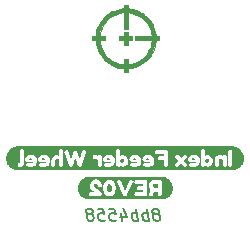
<source format=gbo>
G04 #@! TF.GenerationSoftware,KiCad,Pcbnew,6.0.0-d3dd2cf0fa~116~ubuntu21.10.1*
G04 #@! TF.CreationDate,2022-02-12T15:32:37+00:00*
G04 #@! TF.ProjectId,indexingWheel,696e6465-7869-46e6-9757-6865656c2e6b,rev?*
G04 #@! TF.SameCoordinates,Original*
G04 #@! TF.FileFunction,Legend,Bot*
G04 #@! TF.FilePolarity,Positive*
%FSLAX46Y46*%
G04 Gerber Fmt 4.6, Leading zero omitted, Abs format (unit mm)*
G04 Created by KiCad (PCBNEW 6.0.0-d3dd2cf0fa~116~ubuntu21.10.1) date 2022-02-12 15:32:37*
%MOMM*%
%LPD*%
G01*
G04 APERTURE LIST*
%ADD10C,0.150000*%
%ADD11C,0.010000*%
G04 APERTURE END LIST*
D10*
X155820863Y-107283033D02*
X155910149Y-107235414D01*
X155951816Y-107187795D01*
X155987530Y-107092557D01*
X155981578Y-107044938D01*
X155922054Y-106949700D01*
X155868483Y-106902081D01*
X155767292Y-106854461D01*
X155576816Y-106854461D01*
X155487530Y-106902081D01*
X155445863Y-106949700D01*
X155410149Y-107044938D01*
X155416102Y-107092557D01*
X155475625Y-107187795D01*
X155529197Y-107235414D01*
X155630387Y-107283033D01*
X155820863Y-107283033D01*
X155922054Y-107330652D01*
X155975625Y-107378271D01*
X156035149Y-107473509D01*
X156058959Y-107663985D01*
X156023244Y-107759223D01*
X155981578Y-107806842D01*
X155892292Y-107854461D01*
X155701816Y-107854461D01*
X155600625Y-107806842D01*
X155547054Y-107759223D01*
X155487530Y-107663985D01*
X155463721Y-107473509D01*
X155499435Y-107378271D01*
X155541102Y-107330652D01*
X155630387Y-107283033D01*
X155082768Y-107854461D02*
X154957768Y-106854461D01*
X155005387Y-107235414D02*
X154904197Y-107187795D01*
X154713721Y-107187795D01*
X154624435Y-107235414D01*
X154582768Y-107283033D01*
X154547054Y-107378271D01*
X154582768Y-107663985D01*
X154642292Y-107759223D01*
X154695863Y-107806842D01*
X154797054Y-107854461D01*
X154987530Y-107854461D01*
X155076816Y-107806842D01*
X154178006Y-107854461D02*
X154053006Y-106854461D01*
X154100625Y-107235414D02*
X153999435Y-107187795D01*
X153808959Y-107187795D01*
X153719673Y-107235414D01*
X153678006Y-107283033D01*
X153642292Y-107378271D01*
X153678006Y-107663985D01*
X153737530Y-107759223D01*
X153791102Y-107806842D01*
X153892292Y-107854461D01*
X154082768Y-107854461D01*
X154172054Y-107806842D01*
X152761340Y-107187795D02*
X152844673Y-107854461D01*
X152951816Y-106806842D02*
X153279197Y-107521128D01*
X152660149Y-107521128D01*
X151719673Y-106854461D02*
X152195863Y-106854461D01*
X152303006Y-107330652D01*
X152249435Y-107283033D01*
X152148244Y-107235414D01*
X151910149Y-107235414D01*
X151820863Y-107283033D01*
X151779197Y-107330652D01*
X151743483Y-107425890D01*
X151773244Y-107663985D01*
X151832768Y-107759223D01*
X151886340Y-107806842D01*
X151987530Y-107854461D01*
X152225625Y-107854461D01*
X152314911Y-107806842D01*
X152356578Y-107759223D01*
X150767292Y-106854461D02*
X151243483Y-106854461D01*
X151350625Y-107330652D01*
X151297054Y-107283033D01*
X151195863Y-107235414D01*
X150957768Y-107235414D01*
X150868483Y-107283033D01*
X150826816Y-107330652D01*
X150791102Y-107425890D01*
X150820863Y-107663985D01*
X150880387Y-107759223D01*
X150933959Y-107806842D01*
X151035149Y-107854461D01*
X151273244Y-107854461D01*
X151362530Y-107806842D01*
X151404197Y-107759223D01*
X150201816Y-107283033D02*
X150291102Y-107235414D01*
X150332768Y-107187795D01*
X150368483Y-107092557D01*
X150362530Y-107044938D01*
X150303006Y-106949700D01*
X150249435Y-106902081D01*
X150148244Y-106854461D01*
X149957768Y-106854461D01*
X149868483Y-106902081D01*
X149826816Y-106949700D01*
X149791102Y-107044938D01*
X149797054Y-107092557D01*
X149856578Y-107187795D01*
X149910149Y-107235414D01*
X150011340Y-107283033D01*
X150201816Y-107283033D01*
X150303006Y-107330652D01*
X150356578Y-107378271D01*
X150416102Y-107473509D01*
X150439911Y-107663985D01*
X150404197Y-107759223D01*
X150362530Y-107806842D01*
X150273244Y-107854461D01*
X150082768Y-107854461D01*
X149981578Y-107806842D01*
X149928006Y-107759223D01*
X149868483Y-107663985D01*
X149844673Y-107473509D01*
X149880387Y-107378271D01*
X149922054Y-107330652D01*
X150011340Y-107283033D01*
D11*
X152983525Y-89868183D02*
X152888989Y-89877869D01*
X152888989Y-89877869D02*
X152629898Y-89918542D01*
X152629898Y-89918542D02*
X152374588Y-89987109D01*
X152374588Y-89987109D02*
X152122879Y-90083621D01*
X152122879Y-90083621D02*
X152002803Y-90140131D01*
X152002803Y-90140131D02*
X151860184Y-90215732D01*
X151860184Y-90215732D02*
X151733324Y-90293343D01*
X151733324Y-90293343D02*
X151615045Y-90378210D01*
X151615045Y-90378210D02*
X151498167Y-90475573D01*
X151498167Y-90475573D02*
X151375513Y-90590678D01*
X151375513Y-90590678D02*
X151346304Y-90619638D01*
X151346304Y-90619638D02*
X151226472Y-90744589D01*
X151226472Y-90744589D02*
X151125564Y-90862143D01*
X151125564Y-90862143D02*
X151038336Y-90979479D01*
X151038336Y-90979479D02*
X150959546Y-91103775D01*
X150959546Y-91103775D02*
X150883949Y-91242211D01*
X150883949Y-91242211D02*
X150866797Y-91276136D01*
X150866797Y-91276136D02*
X150756797Y-91526173D01*
X150756797Y-91526173D02*
X150674769Y-91779725D01*
X150674769Y-91779725D02*
X150620659Y-92036972D01*
X150620659Y-92036972D02*
X150604535Y-92162322D01*
X150604535Y-92162322D02*
X150594850Y-92256859D01*
X150594850Y-92256859D02*
X150302414Y-92256859D01*
X150302414Y-92256859D02*
X150302414Y-92581414D01*
X150302414Y-92581414D02*
X150595459Y-92581414D01*
X150595459Y-92581414D02*
X150605323Y-92676664D01*
X150605323Y-92676664D02*
X150645199Y-92933090D01*
X150645199Y-92933090D02*
X150711381Y-93183114D01*
X150711381Y-93183114D02*
X150804622Y-93429289D01*
X150804622Y-93429289D02*
X150866797Y-93562136D01*
X150866797Y-93562136D02*
X150942398Y-93704755D01*
X150942398Y-93704755D02*
X151020010Y-93831615D01*
X151020010Y-93831615D02*
X151104876Y-93949894D01*
X151104876Y-93949894D02*
X151202239Y-94066772D01*
X151202239Y-94066772D02*
X151317344Y-94189426D01*
X151317344Y-94189426D02*
X151346304Y-94218635D01*
X151346304Y-94218635D02*
X151471255Y-94338467D01*
X151471255Y-94338467D02*
X151588809Y-94439375D01*
X151588809Y-94439375D02*
X151706145Y-94526603D01*
X151706145Y-94526603D02*
X151830442Y-94605393D01*
X151830442Y-94605393D02*
X151968878Y-94680990D01*
X151968878Y-94680990D02*
X152002803Y-94698142D01*
X152002803Y-94698142D02*
X152252839Y-94808142D01*
X152252839Y-94808142D02*
X152506392Y-94890170D01*
X152506392Y-94890170D02*
X152763638Y-94944280D01*
X152763638Y-94944280D02*
X152888989Y-94960404D01*
X152888989Y-94960404D02*
X152983525Y-94970089D01*
X152983525Y-94970089D02*
X152983525Y-95262525D01*
X152983525Y-95262525D02*
X153308080Y-95262525D01*
X153308080Y-95262525D02*
X153308080Y-94970089D01*
X153308080Y-94970089D02*
X153402617Y-94960404D01*
X153402617Y-94960404D02*
X153661707Y-94919730D01*
X153661707Y-94919730D02*
X153917018Y-94851164D01*
X153917018Y-94851164D02*
X154168726Y-94754651D01*
X154168726Y-94754651D02*
X154288803Y-94698142D01*
X154288803Y-94698142D02*
X154431421Y-94622541D01*
X154431421Y-94622541D02*
X154558281Y-94544929D01*
X154558281Y-94544929D02*
X154676560Y-94460063D01*
X154676560Y-94460063D02*
X154793438Y-94362700D01*
X154793438Y-94362700D02*
X154916093Y-94247595D01*
X154916093Y-94247595D02*
X154945301Y-94218635D01*
X154945301Y-94218635D02*
X155065133Y-94093684D01*
X155065133Y-94093684D02*
X155166041Y-93976130D01*
X155166041Y-93976130D02*
X155253269Y-93858794D01*
X155253269Y-93858794D02*
X155332060Y-93734497D01*
X155332060Y-93734497D02*
X155407656Y-93596061D01*
X155407656Y-93596061D02*
X155424808Y-93562136D01*
X155424808Y-93562136D02*
X155534808Y-93312100D01*
X155534808Y-93312100D02*
X155616837Y-93058547D01*
X155616837Y-93058547D02*
X155670946Y-92801301D01*
X155670946Y-92801301D02*
X155687070Y-92675950D01*
X155687070Y-92675950D02*
X155696756Y-92581414D01*
X155696756Y-92581414D02*
X155989191Y-92581414D01*
X155989191Y-92581414D02*
X155989191Y-92256859D01*
X155989191Y-92256859D02*
X155696756Y-92256859D01*
X155696756Y-92256859D02*
X155358089Y-92256859D01*
X155358089Y-92256859D02*
X153943080Y-92256859D01*
X153943080Y-92256859D02*
X153943080Y-92581414D01*
X153943080Y-92581414D02*
X155358089Y-92581414D01*
X155358089Y-92581414D02*
X155348382Y-92676664D01*
X155348382Y-92676664D02*
X155312497Y-92896394D01*
X155312497Y-92896394D02*
X155250452Y-93116648D01*
X155250452Y-93116648D02*
X155163969Y-93333556D01*
X155163969Y-93333556D02*
X155054765Y-93543246D01*
X155054765Y-93543246D02*
X154924562Y-93741847D01*
X154924562Y-93741847D02*
X154812659Y-93882939D01*
X154812659Y-93882939D02*
X154659454Y-94040902D01*
X154659454Y-94040902D02*
X154484808Y-94185458D01*
X154484808Y-94185458D02*
X154293401Y-94313885D01*
X154293401Y-94313885D02*
X154089913Y-94423464D01*
X154089913Y-94423464D02*
X153879023Y-94511471D01*
X153879023Y-94511471D02*
X153665412Y-94575187D01*
X153665412Y-94575187D02*
X153596326Y-94590183D01*
X153596326Y-94590183D02*
X153523095Y-94604410D01*
X153523095Y-94604410D02*
X153470738Y-94614006D01*
X153470738Y-94614006D02*
X153432478Y-94619991D01*
X153432478Y-94619991D02*
X153401540Y-94623384D01*
X153401540Y-94623384D02*
X153371145Y-94625206D01*
X153371145Y-94625206D02*
X153360997Y-94625604D01*
X153360997Y-94625604D02*
X153308080Y-94627525D01*
X153308080Y-94627525D02*
X153308080Y-94133636D01*
X153308080Y-94133636D02*
X152983525Y-94133636D01*
X152983525Y-94133636D02*
X152983525Y-94631423D01*
X152983525Y-94631423D02*
X152888275Y-94621716D01*
X152888275Y-94621716D02*
X152669560Y-94585964D01*
X152669560Y-94585964D02*
X152450768Y-94524416D01*
X152450768Y-94524416D02*
X152235949Y-94439195D01*
X152235949Y-94439195D02*
X152029152Y-94332424D01*
X152029152Y-94332424D02*
X151834427Y-94206227D01*
X151834427Y-94206227D02*
X151655825Y-94062726D01*
X151655825Y-94062726D02*
X151497395Y-93904045D01*
X151497395Y-93904045D02*
X151478946Y-93882939D01*
X151478946Y-93882939D02*
X151333936Y-93695351D01*
X151333936Y-93695351D02*
X151208621Y-93493732D01*
X151208621Y-93493732D02*
X151104719Y-93281954D01*
X151104719Y-93281954D02*
X151023951Y-93063889D01*
X151023951Y-93063889D02*
X150968034Y-92843407D01*
X150968034Y-92843407D02*
X150943223Y-92676664D01*
X150943223Y-92676664D02*
X150933516Y-92581414D01*
X150933516Y-92581414D02*
X151431303Y-92581414D01*
X151431303Y-92581414D02*
X151431303Y-92256859D01*
X151431303Y-92256859D02*
X150933516Y-92256859D01*
X150933516Y-92256859D02*
X150943223Y-92161609D01*
X150943223Y-92161609D02*
X150979109Y-91941879D01*
X150979109Y-91941879D02*
X151041153Y-91721625D01*
X151041153Y-91721625D02*
X151127636Y-91504717D01*
X151127636Y-91504717D02*
X151236840Y-91295027D01*
X151236840Y-91295027D02*
X151367044Y-91096426D01*
X151367044Y-91096426D02*
X151478946Y-90955334D01*
X151478946Y-90955334D02*
X151634527Y-90794878D01*
X151634527Y-90794878D02*
X151810795Y-90649334D01*
X151810795Y-90649334D02*
X152003699Y-90520824D01*
X152003699Y-90520824D02*
X152209189Y-90411472D01*
X152209189Y-90411472D02*
X152423215Y-90323400D01*
X152423215Y-90323400D02*
X152641727Y-90258732D01*
X152641727Y-90258732D02*
X152860676Y-90219590D01*
X152860676Y-90219590D02*
X152888275Y-90216557D01*
X152888275Y-90216557D02*
X152983525Y-90206850D01*
X152983525Y-90206850D02*
X152983525Y-91621859D01*
X152983525Y-91621859D02*
X153308080Y-91621859D01*
X153308080Y-91621859D02*
X153308080Y-90206850D01*
X153308080Y-90206850D02*
X153403330Y-90216557D01*
X153403330Y-90216557D02*
X153622045Y-90252309D01*
X153622045Y-90252309D02*
X153840837Y-90313857D01*
X153840837Y-90313857D02*
X154055656Y-90399078D01*
X154055656Y-90399078D02*
X154262453Y-90505848D01*
X154262453Y-90505848D02*
X154457178Y-90632046D01*
X154457178Y-90632046D02*
X154635780Y-90775547D01*
X154635780Y-90775547D02*
X154794210Y-90934228D01*
X154794210Y-90934228D02*
X154812659Y-90955334D01*
X154812659Y-90955334D02*
X154957669Y-91142922D01*
X154957669Y-91142922D02*
X155082984Y-91344541D01*
X155082984Y-91344541D02*
X155186886Y-91556319D01*
X155186886Y-91556319D02*
X155267654Y-91774384D01*
X155267654Y-91774384D02*
X155323571Y-91994865D01*
X155323571Y-91994865D02*
X155348382Y-92161609D01*
X155348382Y-92161609D02*
X155358089Y-92256859D01*
X155358089Y-92256859D02*
X155696756Y-92256859D01*
X155696756Y-92256859D02*
X155687070Y-92162322D01*
X155687070Y-92162322D02*
X155646397Y-91903232D01*
X155646397Y-91903232D02*
X155577830Y-91647921D01*
X155577830Y-91647921D02*
X155481318Y-91396213D01*
X155481318Y-91396213D02*
X155424808Y-91276136D01*
X155424808Y-91276136D02*
X155349207Y-91133518D01*
X155349207Y-91133518D02*
X155271596Y-91006658D01*
X155271596Y-91006658D02*
X155186729Y-90888379D01*
X155186729Y-90888379D02*
X155089366Y-90771501D01*
X155089366Y-90771501D02*
X154974261Y-90648846D01*
X154974261Y-90648846D02*
X154945301Y-90619638D01*
X154945301Y-90619638D02*
X154820350Y-90499806D01*
X154820350Y-90499806D02*
X154702796Y-90398898D01*
X154702796Y-90398898D02*
X154585460Y-90311670D01*
X154585460Y-90311670D02*
X154461164Y-90232879D01*
X154461164Y-90232879D02*
X154322728Y-90157283D01*
X154322728Y-90157283D02*
X154288803Y-90140131D01*
X154288803Y-90140131D02*
X154038766Y-90030131D01*
X154038766Y-90030131D02*
X153785214Y-89948102D01*
X153785214Y-89948102D02*
X153527967Y-89893993D01*
X153527967Y-89893993D02*
X153402617Y-89877869D01*
X153402617Y-89877869D02*
X153308080Y-89868183D01*
X153308080Y-89868183D02*
X153308080Y-89575748D01*
X153308080Y-89575748D02*
X152983525Y-89575748D01*
X152983525Y-89575748D02*
X152983525Y-89868183D01*
X152983525Y-89868183D02*
X152983525Y-89868183D01*
G36*
X155989191Y-92581414D02*
G01*
X155696756Y-92581414D01*
X155687070Y-92675950D01*
X155670946Y-92801301D01*
X155616837Y-93058547D01*
X155534808Y-93312100D01*
X155424808Y-93562136D01*
X155407656Y-93596061D01*
X155332060Y-93734497D01*
X155253269Y-93858794D01*
X155166041Y-93976130D01*
X155065133Y-94093684D01*
X154945301Y-94218635D01*
X154916093Y-94247595D01*
X154793438Y-94362700D01*
X154676560Y-94460063D01*
X154558281Y-94544929D01*
X154431421Y-94622541D01*
X154288803Y-94698142D01*
X154168726Y-94754651D01*
X153917018Y-94851164D01*
X153661707Y-94919730D01*
X153402617Y-94960404D01*
X153308080Y-94970089D01*
X153308080Y-95262525D01*
X152983525Y-95262525D01*
X152983525Y-94970089D01*
X152888989Y-94960404D01*
X152763638Y-94944280D01*
X152506392Y-94890170D01*
X152252839Y-94808142D01*
X152002803Y-94698142D01*
X151968878Y-94680990D01*
X151830442Y-94605393D01*
X151706145Y-94526603D01*
X151588809Y-94439375D01*
X151471255Y-94338467D01*
X151346304Y-94218635D01*
X151317344Y-94189426D01*
X151202239Y-94066772D01*
X151104876Y-93949894D01*
X151020010Y-93831615D01*
X150942398Y-93704755D01*
X150866797Y-93562136D01*
X150804622Y-93429289D01*
X150711381Y-93183114D01*
X150645199Y-92933090D01*
X150605323Y-92676664D01*
X150595459Y-92581414D01*
X150933516Y-92581414D01*
X150943223Y-92676664D01*
X150968034Y-92843407D01*
X151023951Y-93063889D01*
X151104719Y-93281954D01*
X151208621Y-93493732D01*
X151333936Y-93695351D01*
X151478946Y-93882939D01*
X151497395Y-93904045D01*
X151655825Y-94062726D01*
X151834427Y-94206227D01*
X152029152Y-94332424D01*
X152235949Y-94439195D01*
X152450768Y-94524416D01*
X152669560Y-94585964D01*
X152888275Y-94621716D01*
X152983525Y-94631423D01*
X152983525Y-94133636D01*
X153308080Y-94133636D01*
X153308080Y-94627525D01*
X153360997Y-94625604D01*
X153371145Y-94625206D01*
X153401540Y-94623384D01*
X153432478Y-94619991D01*
X153470738Y-94614006D01*
X153523095Y-94604410D01*
X153596326Y-94590183D01*
X153665412Y-94575187D01*
X153879023Y-94511471D01*
X154089913Y-94423464D01*
X154293401Y-94313885D01*
X154484808Y-94185458D01*
X154659454Y-94040902D01*
X154812659Y-93882939D01*
X154924562Y-93741847D01*
X155054765Y-93543246D01*
X155163969Y-93333556D01*
X155250452Y-93116648D01*
X155312497Y-92896394D01*
X155348382Y-92676664D01*
X155358089Y-92581414D01*
X153943080Y-92581414D01*
X153943080Y-92256859D01*
X155358089Y-92256859D01*
X155348382Y-92161609D01*
X155323571Y-91994865D01*
X155267654Y-91774384D01*
X155186886Y-91556319D01*
X155082984Y-91344541D01*
X154957669Y-91142922D01*
X154812659Y-90955334D01*
X154794210Y-90934228D01*
X154635780Y-90775547D01*
X154457178Y-90632046D01*
X154262453Y-90505848D01*
X154055656Y-90399078D01*
X153840837Y-90313857D01*
X153622045Y-90252309D01*
X153403330Y-90216557D01*
X153308080Y-90206850D01*
X153308080Y-91621859D01*
X152983525Y-91621859D01*
X152983525Y-90206850D01*
X152888275Y-90216557D01*
X152860676Y-90219590D01*
X152641727Y-90258732D01*
X152423215Y-90323400D01*
X152209189Y-90411472D01*
X152003699Y-90520824D01*
X151810795Y-90649334D01*
X151634527Y-90794878D01*
X151478946Y-90955334D01*
X151367044Y-91096426D01*
X151236840Y-91295027D01*
X151127636Y-91504717D01*
X151041153Y-91721625D01*
X150979109Y-91941879D01*
X150943223Y-92161609D01*
X150933516Y-92256859D01*
X151431303Y-92256859D01*
X151431303Y-92581414D01*
X150933516Y-92581414D01*
X150595459Y-92581414D01*
X150302414Y-92581414D01*
X150302414Y-92256859D01*
X150594850Y-92256859D01*
X150604535Y-92162322D01*
X150620659Y-92036972D01*
X150674769Y-91779725D01*
X150756797Y-91526173D01*
X150866797Y-91276136D01*
X150883949Y-91242211D01*
X150959546Y-91103775D01*
X151038336Y-90979479D01*
X151125564Y-90862143D01*
X151226472Y-90744589D01*
X151346304Y-90619638D01*
X151375513Y-90590678D01*
X151498167Y-90475573D01*
X151615045Y-90378210D01*
X151733324Y-90293343D01*
X151860184Y-90215732D01*
X152002803Y-90140131D01*
X152122879Y-90083621D01*
X152374588Y-89987109D01*
X152629898Y-89918542D01*
X152888989Y-89877869D01*
X152983525Y-89868183D01*
X152983525Y-89575748D01*
X153308080Y-89575748D01*
X153308080Y-89868183D01*
X153402617Y-89877869D01*
X153527967Y-89893993D01*
X153785214Y-89948102D01*
X154038766Y-90030131D01*
X154288803Y-90140131D01*
X154322728Y-90157283D01*
X154461164Y-90232879D01*
X154585460Y-90311670D01*
X154702796Y-90398898D01*
X154820350Y-90499806D01*
X154945301Y-90619638D01*
X154974261Y-90648846D01*
X155089366Y-90771501D01*
X155186729Y-90888379D01*
X155271596Y-91006658D01*
X155349207Y-91133518D01*
X155424808Y-91276136D01*
X155481318Y-91396213D01*
X155577830Y-91647921D01*
X155646397Y-91903232D01*
X155687070Y-92162322D01*
X155696756Y-92256859D01*
X155989191Y-92256859D01*
X155989191Y-92581414D01*
G37*
X155989191Y-92581414D02*
X155696756Y-92581414D01*
X155687070Y-92675950D01*
X155670946Y-92801301D01*
X155616837Y-93058547D01*
X155534808Y-93312100D01*
X155424808Y-93562136D01*
X155407656Y-93596061D01*
X155332060Y-93734497D01*
X155253269Y-93858794D01*
X155166041Y-93976130D01*
X155065133Y-94093684D01*
X154945301Y-94218635D01*
X154916093Y-94247595D01*
X154793438Y-94362700D01*
X154676560Y-94460063D01*
X154558281Y-94544929D01*
X154431421Y-94622541D01*
X154288803Y-94698142D01*
X154168726Y-94754651D01*
X153917018Y-94851164D01*
X153661707Y-94919730D01*
X153402617Y-94960404D01*
X153308080Y-94970089D01*
X153308080Y-95262525D01*
X152983525Y-95262525D01*
X152983525Y-94970089D01*
X152888989Y-94960404D01*
X152763638Y-94944280D01*
X152506392Y-94890170D01*
X152252839Y-94808142D01*
X152002803Y-94698142D01*
X151968878Y-94680990D01*
X151830442Y-94605393D01*
X151706145Y-94526603D01*
X151588809Y-94439375D01*
X151471255Y-94338467D01*
X151346304Y-94218635D01*
X151317344Y-94189426D01*
X151202239Y-94066772D01*
X151104876Y-93949894D01*
X151020010Y-93831615D01*
X150942398Y-93704755D01*
X150866797Y-93562136D01*
X150804622Y-93429289D01*
X150711381Y-93183114D01*
X150645199Y-92933090D01*
X150605323Y-92676664D01*
X150595459Y-92581414D01*
X150933516Y-92581414D01*
X150943223Y-92676664D01*
X150968034Y-92843407D01*
X151023951Y-93063889D01*
X151104719Y-93281954D01*
X151208621Y-93493732D01*
X151333936Y-93695351D01*
X151478946Y-93882939D01*
X151497395Y-93904045D01*
X151655825Y-94062726D01*
X151834427Y-94206227D01*
X152029152Y-94332424D01*
X152235949Y-94439195D01*
X152450768Y-94524416D01*
X152669560Y-94585964D01*
X152888275Y-94621716D01*
X152983525Y-94631423D01*
X152983525Y-94133636D01*
X153308080Y-94133636D01*
X153308080Y-94627525D01*
X153360997Y-94625604D01*
X153371145Y-94625206D01*
X153401540Y-94623384D01*
X153432478Y-94619991D01*
X153470738Y-94614006D01*
X153523095Y-94604410D01*
X153596326Y-94590183D01*
X153665412Y-94575187D01*
X153879023Y-94511471D01*
X154089913Y-94423464D01*
X154293401Y-94313885D01*
X154484808Y-94185458D01*
X154659454Y-94040902D01*
X154812659Y-93882939D01*
X154924562Y-93741847D01*
X155054765Y-93543246D01*
X155163969Y-93333556D01*
X155250452Y-93116648D01*
X155312497Y-92896394D01*
X155348382Y-92676664D01*
X155358089Y-92581414D01*
X153943080Y-92581414D01*
X153943080Y-92256859D01*
X155358089Y-92256859D01*
X155348382Y-92161609D01*
X155323571Y-91994865D01*
X155267654Y-91774384D01*
X155186886Y-91556319D01*
X155082984Y-91344541D01*
X154957669Y-91142922D01*
X154812659Y-90955334D01*
X154794210Y-90934228D01*
X154635780Y-90775547D01*
X154457178Y-90632046D01*
X154262453Y-90505848D01*
X154055656Y-90399078D01*
X153840837Y-90313857D01*
X153622045Y-90252309D01*
X153403330Y-90216557D01*
X153308080Y-90206850D01*
X153308080Y-91621859D01*
X152983525Y-91621859D01*
X152983525Y-90206850D01*
X152888275Y-90216557D01*
X152860676Y-90219590D01*
X152641727Y-90258732D01*
X152423215Y-90323400D01*
X152209189Y-90411472D01*
X152003699Y-90520824D01*
X151810795Y-90649334D01*
X151634527Y-90794878D01*
X151478946Y-90955334D01*
X151367044Y-91096426D01*
X151236840Y-91295027D01*
X151127636Y-91504717D01*
X151041153Y-91721625D01*
X150979109Y-91941879D01*
X150943223Y-92161609D01*
X150933516Y-92256859D01*
X151431303Y-92256859D01*
X151431303Y-92581414D01*
X150933516Y-92581414D01*
X150595459Y-92581414D01*
X150302414Y-92581414D01*
X150302414Y-92256859D01*
X150594850Y-92256859D01*
X150604535Y-92162322D01*
X150620659Y-92036972D01*
X150674769Y-91779725D01*
X150756797Y-91526173D01*
X150866797Y-91276136D01*
X150883949Y-91242211D01*
X150959546Y-91103775D01*
X151038336Y-90979479D01*
X151125564Y-90862143D01*
X151226472Y-90744589D01*
X151346304Y-90619638D01*
X151375513Y-90590678D01*
X151498167Y-90475573D01*
X151615045Y-90378210D01*
X151733324Y-90293343D01*
X151860184Y-90215732D01*
X152002803Y-90140131D01*
X152122879Y-90083621D01*
X152374588Y-89987109D01*
X152629898Y-89918542D01*
X152888989Y-89877869D01*
X152983525Y-89868183D01*
X152983525Y-89575748D01*
X153308080Y-89575748D01*
X153308080Y-89868183D01*
X153402617Y-89877869D01*
X153527967Y-89893993D01*
X153785214Y-89948102D01*
X154038766Y-90030131D01*
X154288803Y-90140131D01*
X154322728Y-90157283D01*
X154461164Y-90232879D01*
X154585460Y-90311670D01*
X154702796Y-90398898D01*
X154820350Y-90499806D01*
X154945301Y-90619638D01*
X154974261Y-90648846D01*
X155089366Y-90771501D01*
X155186729Y-90888379D01*
X155271596Y-91006658D01*
X155349207Y-91133518D01*
X155424808Y-91276136D01*
X155481318Y-91396213D01*
X155577830Y-91647921D01*
X155646397Y-91903232D01*
X155687070Y-92162322D01*
X155696756Y-92256859D01*
X155989191Y-92256859D01*
X155989191Y-92581414D01*
X152980419Y-92069886D02*
X152976469Y-92249803D01*
X152976469Y-92249803D02*
X152796553Y-92253752D01*
X152796553Y-92253752D02*
X152616636Y-92257702D01*
X152616636Y-92257702D02*
X152616636Y-92580571D01*
X152616636Y-92580571D02*
X152796553Y-92584520D01*
X152796553Y-92584520D02*
X152976469Y-92588470D01*
X152976469Y-92588470D02*
X152980419Y-92768386D01*
X152980419Y-92768386D02*
X152984368Y-92948303D01*
X152984368Y-92948303D02*
X153307237Y-92948303D01*
X153307237Y-92948303D02*
X153311187Y-92768386D01*
X153311187Y-92768386D02*
X153315136Y-92588470D01*
X153315136Y-92588470D02*
X153495053Y-92584520D01*
X153495053Y-92584520D02*
X153674969Y-92580571D01*
X153674969Y-92580571D02*
X153674969Y-92257702D01*
X153674969Y-92257702D02*
X153495053Y-92253752D01*
X153495053Y-92253752D02*
X153315136Y-92249803D01*
X153315136Y-92249803D02*
X153311187Y-92069886D01*
X153311187Y-92069886D02*
X153307237Y-91889970D01*
X153307237Y-91889970D02*
X152984368Y-91889970D01*
X152984368Y-91889970D02*
X152980419Y-92069886D01*
X152980419Y-92069886D02*
X152980419Y-92069886D01*
G36*
X153311187Y-92069886D02*
G01*
X153315136Y-92249803D01*
X153495053Y-92253752D01*
X153674969Y-92257702D01*
X153674969Y-92580571D01*
X153495053Y-92584520D01*
X153315136Y-92588470D01*
X153311187Y-92768386D01*
X153307237Y-92948303D01*
X152984368Y-92948303D01*
X152980419Y-92768386D01*
X152976469Y-92588470D01*
X152796553Y-92584520D01*
X152616636Y-92580571D01*
X152616636Y-92257702D01*
X152796553Y-92253752D01*
X152976469Y-92249803D01*
X152980419Y-92069886D01*
X152984368Y-91889970D01*
X153307237Y-91889970D01*
X153311187Y-92069886D01*
G37*
X153311187Y-92069886D02*
X153315136Y-92249803D01*
X153495053Y-92253752D01*
X153674969Y-92257702D01*
X153674969Y-92580571D01*
X153495053Y-92584520D01*
X153315136Y-92588470D01*
X153311187Y-92768386D01*
X153307237Y-92948303D01*
X152984368Y-92948303D01*
X152980419Y-92768386D01*
X152976469Y-92588470D01*
X152796553Y-92584520D01*
X152616636Y-92580571D01*
X152616636Y-92257702D01*
X152796553Y-92253752D01*
X152976469Y-92249803D01*
X152980419Y-92069886D01*
X152984368Y-91889970D01*
X153307237Y-91889970D01*
X153311187Y-92069886D01*
G36*
X151820318Y-102604469D02*
G01*
X151881278Y-102712101D01*
X151641248Y-102712101D01*
X151568858Y-102651141D01*
X151602195Y-102580656D01*
X151697445Y-102553986D01*
X151820318Y-102604469D01*
G37*
G36*
X162276776Y-101568147D02*
G01*
X162372751Y-101582383D01*
X162466870Y-101605959D01*
X162558224Y-101638646D01*
X162645934Y-101680130D01*
X162729156Y-101730011D01*
X162807088Y-101787809D01*
X162878980Y-101852968D01*
X162944138Y-101924860D01*
X163001936Y-102002791D01*
X163051818Y-102086013D01*
X163093302Y-102173724D01*
X163125989Y-102265078D01*
X163149564Y-102359196D01*
X163163801Y-102455172D01*
X163168562Y-102552081D01*
X163163801Y-102648990D01*
X163149564Y-102744966D01*
X163125989Y-102839084D01*
X163093302Y-102930438D01*
X163051818Y-103018149D01*
X163001936Y-103101371D01*
X162944138Y-103179302D01*
X162878980Y-103251194D01*
X162807088Y-103316353D01*
X162729156Y-103374151D01*
X162645934Y-103424032D01*
X162558224Y-103465516D01*
X162466870Y-103498203D01*
X162372751Y-103521779D01*
X162276776Y-103536015D01*
X162179867Y-103540776D01*
X144005849Y-103540776D01*
X143908940Y-103536015D01*
X143812964Y-103521778D01*
X143718846Y-103498203D01*
X143627492Y-103465516D01*
X143539782Y-103424032D01*
X143456560Y-103374151D01*
X143378628Y-103316352D01*
X143306736Y-103251194D01*
X143241578Y-103179302D01*
X143191775Y-103112151D01*
X144006008Y-103112151D01*
X144015533Y-103208830D01*
X144044108Y-103258836D01*
X144127928Y-103278839D01*
X144280328Y-103270266D01*
X144401295Y-103236452D01*
X144470828Y-103173111D01*
X144510833Y-103052143D01*
X144524168Y-102875931D01*
X144524168Y-102655904D01*
X144647993Y-102655904D01*
X144662519Y-102757821D01*
X144706095Y-102829259D01*
X144834683Y-102885456D01*
X145286168Y-102885456D01*
X145223303Y-102974991D01*
X145097573Y-103011186D01*
X144998989Y-103005471D01*
X144924218Y-102988326D01*
X144903263Y-102980706D01*
X144827063Y-102959751D01*
X144722288Y-103045476D01*
X144697523Y-103133106D01*
X144722883Y-103207282D01*
X144798964Y-103260265D01*
X144925766Y-103292054D01*
X145103288Y-103302651D01*
X145236400Y-103290507D01*
X145353795Y-103254074D01*
X145451189Y-103197638D01*
X145524293Y-103125486D01*
X145590968Y-103018594D01*
X145630973Y-102903659D01*
X145644308Y-102780681D01*
X145629894Y-102655904D01*
X145739558Y-102655904D01*
X145754084Y-102757821D01*
X145797660Y-102829259D01*
X145926248Y-102885456D01*
X146377733Y-102885456D01*
X146314868Y-102974991D01*
X146189138Y-103011186D01*
X146090554Y-103005471D01*
X146015783Y-102988326D01*
X145994828Y-102980706D01*
X145918628Y-102959751D01*
X145813853Y-103045476D01*
X145789088Y-103133106D01*
X145814448Y-103207282D01*
X145890529Y-103260265D01*
X146017331Y-103292054D01*
X146194853Y-103302651D01*
X146327965Y-103290507D01*
X146445360Y-103254074D01*
X146542754Y-103197638D01*
X146615858Y-103125486D01*
X146624176Y-103112151D01*
X146859698Y-103112151D01*
X146862555Y-103177874D01*
X146880653Y-103228356D01*
X146929707Y-103265504D01*
X147027338Y-103277886D01*
X147121635Y-103265504D01*
X147172118Y-103228356D01*
X147190215Y-103176921D01*
X147193073Y-103108341D01*
X147193073Y-102774966D01*
X147236888Y-102653046D01*
X147348330Y-102609231D01*
X147467393Y-102650189D01*
X147526448Y-102742581D01*
X147526448Y-103112151D01*
X147529305Y-103177874D01*
X147547403Y-103228356D01*
X147596457Y-103265504D01*
X147694088Y-103277886D01*
X147790767Y-103265027D01*
X147840773Y-103226451D01*
X147856965Y-103176921D01*
X147859823Y-103110246D01*
X147859823Y-102011061D01*
X147964598Y-102011061D01*
X147987458Y-102104406D01*
X148353218Y-103161681D01*
X148366553Y-103194066D01*
X148417035Y-103244549D01*
X148514190Y-103275981D01*
X148611345Y-103244549D01*
X148665638Y-103182636D01*
X148888523Y-102525411D01*
X148964799Y-102750811D01*
X149024464Y-102927137D01*
X149067517Y-103054391D01*
X149093958Y-103132573D01*
X149103788Y-103161681D01*
X149120933Y-103194066D01*
X149151413Y-103232166D01*
X149256188Y-103275981D01*
X149356200Y-103247406D01*
X149408588Y-103190256D01*
X149421923Y-103161681D01*
X149682270Y-102413016D01*
X150349658Y-102413016D01*
X150385853Y-102546366D01*
X150490628Y-102618756D01*
X150556350Y-102603516D01*
X150639218Y-102588276D01*
X150735420Y-102624471D01*
X150780188Y-102712101D01*
X150780188Y-103112151D01*
X150783045Y-103177874D01*
X150801143Y-103228356D01*
X150852578Y-103265504D01*
X150949733Y-103277886D01*
X151081178Y-103245501D01*
X151115468Y-103163586D01*
X151115468Y-102655904D01*
X151239293Y-102655904D01*
X151253819Y-102757821D01*
X151297395Y-102829259D01*
X151425983Y-102885456D01*
X151877468Y-102885456D01*
X151814603Y-102974991D01*
X151688873Y-103011186D01*
X151590289Y-103005471D01*
X151515518Y-102988326D01*
X151494563Y-102980706D01*
X151418363Y-102959751D01*
X151313588Y-103045476D01*
X151288823Y-103133106D01*
X151314183Y-103207282D01*
X151390264Y-103260265D01*
X151517066Y-103292054D01*
X151694588Y-103302651D01*
X151827700Y-103290507D01*
X151945095Y-103254074D01*
X152042489Y-103197638D01*
X152115593Y-103125486D01*
X152182268Y-103018594D01*
X152222273Y-102903659D01*
X152235608Y-102780681D01*
X152218357Y-102631350D01*
X152166605Y-102503398D01*
X152080350Y-102396823D01*
X151968273Y-102316919D01*
X151839050Y-102268977D01*
X151692683Y-102252996D01*
X151569096Y-102264664D01*
X151463130Y-102299669D01*
X151374786Y-102358009D01*
X151304063Y-102439686D01*
X151255485Y-102543270D01*
X151239293Y-102655904D01*
X151115468Y-102655904D01*
X151115468Y-102439686D01*
X151112610Y-102373963D01*
X151096418Y-102325386D01*
X151045935Y-102286810D01*
X150947828Y-102273951D01*
X150854959Y-102284905D01*
X150804953Y-102317766D01*
X150783998Y-102380631D01*
X150756375Y-102348246D01*
X150679223Y-102296811D01*
X150575400Y-102264426D01*
X150500153Y-102269188D01*
X150433478Y-102285381D01*
X150373470Y-102324433D01*
X150349658Y-102413016D01*
X149682270Y-102413016D01*
X149789588Y-102104406D01*
X149810543Y-102011061D01*
X149792692Y-101972961D01*
X152359433Y-101972961D01*
X152359433Y-103110246D01*
X152362290Y-103175969D01*
X152380388Y-103224546D01*
X152434919Y-103263122D01*
X152541360Y-103275981D01*
X152644469Y-103252645D01*
X152688998Y-103182636D01*
X152784724Y-103251216D01*
X152911883Y-103274076D01*
X153022796Y-103257460D01*
X153126936Y-103207613D01*
X153224303Y-103124534D01*
X153302620Y-103019335D01*
X153349610Y-102903130D01*
X153365273Y-102775919D01*
X153350409Y-102655904D01*
X153470048Y-102655904D01*
X153484574Y-102757821D01*
X153528150Y-102829259D01*
X153656738Y-102885456D01*
X154108223Y-102885456D01*
X154045358Y-102974991D01*
X153919628Y-103011186D01*
X153821044Y-103005471D01*
X153746273Y-102988326D01*
X153725318Y-102980706D01*
X153649118Y-102959751D01*
X153544343Y-103045476D01*
X153519578Y-103133106D01*
X153544938Y-103207282D01*
X153621019Y-103260265D01*
X153747821Y-103292054D01*
X153925343Y-103302651D01*
X154058455Y-103290507D01*
X154175850Y-103254074D01*
X154273244Y-103197638D01*
X154346348Y-103125486D01*
X154413023Y-103018594D01*
X154453028Y-102903659D01*
X154466363Y-102780681D01*
X154451949Y-102655904D01*
X154561613Y-102655904D01*
X154576139Y-102757821D01*
X154619715Y-102829259D01*
X154748303Y-102885456D01*
X155199788Y-102885456D01*
X155136923Y-102974991D01*
X155011193Y-103011186D01*
X154912609Y-103005471D01*
X154837838Y-102988326D01*
X154816883Y-102980706D01*
X154740683Y-102959751D01*
X154635908Y-103045476D01*
X154611143Y-103133106D01*
X154636503Y-103207282D01*
X154712584Y-103260265D01*
X154839386Y-103292054D01*
X155016908Y-103302651D01*
X155150020Y-103290507D01*
X155267415Y-103254074D01*
X155364809Y-103197638D01*
X155437913Y-103125486D01*
X155504588Y-103018594D01*
X155544593Y-102903659D01*
X155557928Y-102780681D01*
X155540677Y-102631350D01*
X155488925Y-102503398D01*
X155402670Y-102396823D01*
X155290593Y-102316919D01*
X155161370Y-102268977D01*
X155015003Y-102252996D01*
X154891416Y-102264664D01*
X154785450Y-102299669D01*
X154697106Y-102358009D01*
X154626383Y-102439686D01*
X154577805Y-102543270D01*
X154561613Y-102655904D01*
X154451949Y-102655904D01*
X154449112Y-102631350D01*
X154397360Y-102503398D01*
X154311105Y-102396823D01*
X154199028Y-102316919D01*
X154069805Y-102268977D01*
X153923438Y-102252996D01*
X153799851Y-102264664D01*
X153693885Y-102299669D01*
X153605541Y-102358009D01*
X153534818Y-102439686D01*
X153486240Y-102543270D01*
X153470048Y-102655904D01*
X153350409Y-102655904D01*
X153349504Y-102648601D01*
X153302196Y-102532078D01*
X153223350Y-102426351D01*
X153125666Y-102342743D01*
X153021844Y-102292578D01*
X152911883Y-102275856D01*
X152786629Y-102299669D01*
X152692808Y-102371106D01*
X152692808Y-102051066D01*
X155653178Y-102051066D01*
X155664608Y-102148221D01*
X155704613Y-102198703D01*
X155755095Y-102215848D01*
X155822723Y-102218706D01*
X156405653Y-102218706D01*
X156405653Y-102411111D01*
X156030368Y-102411111D01*
X155962740Y-102413968D01*
X155912258Y-102432066D01*
X155875110Y-102483977D01*
X155862728Y-102582561D01*
X155880825Y-102688765D01*
X155935118Y-102740676D01*
X156032273Y-102750201D01*
X156405653Y-102750201D01*
X156405653Y-103110246D01*
X156408510Y-103176921D01*
X156426608Y-103226451D01*
X156477090Y-103265027D01*
X156575198Y-103277886D01*
X156680925Y-103259789D01*
X156731408Y-103205496D01*
X156742838Y-103108341D01*
X156742838Y-103105484D01*
X157329578Y-103105484D01*
X157398158Y-103221689D01*
X157514363Y-103289316D01*
X157630568Y-103220736D01*
X157840118Y-103009281D01*
X158051573Y-103220736D01*
X158166825Y-103289316D01*
X158283030Y-103221689D01*
X158352563Y-103105484D01*
X158283983Y-102988326D01*
X158072528Y-102774966D01*
X158190527Y-102655904D01*
X158428763Y-102655904D01*
X158443289Y-102757821D01*
X158486865Y-102829259D01*
X158615453Y-102885456D01*
X159066938Y-102885456D01*
X159004073Y-102974991D01*
X158878343Y-103011186D01*
X158779759Y-103005471D01*
X158704988Y-102988326D01*
X158684033Y-102980706D01*
X158607833Y-102959751D01*
X158503058Y-103045476D01*
X158478293Y-103133106D01*
X158503653Y-103207282D01*
X158579734Y-103260265D01*
X158706536Y-103292054D01*
X158884058Y-103302651D01*
X159017170Y-103290507D01*
X159134565Y-103254074D01*
X159231959Y-103197638D01*
X159305063Y-103125486D01*
X159314569Y-103110246D01*
X159548903Y-103110246D01*
X159551760Y-103175969D01*
X159569858Y-103224546D01*
X159624389Y-103263122D01*
X159730830Y-103275981D01*
X159833939Y-103252645D01*
X159878468Y-103182636D01*
X159974194Y-103251216D01*
X160101353Y-103274076D01*
X160212266Y-103257460D01*
X160316406Y-103207613D01*
X160413773Y-103124534D01*
X160424410Y-103110246D01*
X160688093Y-103110246D01*
X160690950Y-103175969D01*
X160707143Y-103224546D01*
X160757625Y-103263122D01*
X160855733Y-103275981D01*
X160962413Y-103258360D01*
X161011943Y-103205496D01*
X161023373Y-103108341D01*
X161023373Y-102773061D01*
X161068140Y-102651141D01*
X161188155Y-102607326D01*
X161310075Y-102653046D01*
X161356748Y-102773061D01*
X161356748Y-103110246D01*
X161359605Y-103175969D01*
X161377703Y-103224546D01*
X161426757Y-103263122D01*
X161524388Y-103275981D01*
X161621067Y-103263122D01*
X161671073Y-103224546D01*
X161687265Y-103174064D01*
X161690040Y-103110246D01*
X161842523Y-103110246D01*
X161845380Y-103176921D01*
X161863478Y-103226451D01*
X161913960Y-103265027D01*
X162012068Y-103277886D01*
X162117795Y-103259789D01*
X162168278Y-103205496D01*
X162179708Y-103108341D01*
X162179708Y-102049161D01*
X162176850Y-101983438D01*
X162158753Y-101932956D01*
X162108270Y-101894380D01*
X162010163Y-101881521D01*
X161903959Y-101899142D01*
X161852048Y-101952006D01*
X161842523Y-102051066D01*
X161842523Y-103110246D01*
X161690040Y-103110246D01*
X161690123Y-103108341D01*
X161690123Y-102433971D01*
X161687265Y-102370153D01*
X161669168Y-102321576D01*
X161619162Y-102285857D01*
X161522483Y-102273951D01*
X161428662Y-102284905D01*
X161379608Y-102317766D01*
X161360558Y-102395871D01*
X161326268Y-102357771D01*
X161274833Y-102317766D01*
X161131958Y-102273951D01*
X161012049Y-102290143D01*
X160906321Y-102338721D01*
X160814775Y-102419683D01*
X160744396Y-102523929D01*
X160702169Y-102642357D01*
X160688093Y-102774966D01*
X160688093Y-103110246D01*
X160424410Y-103110246D01*
X160492090Y-103019335D01*
X160539080Y-102903130D01*
X160554743Y-102775919D01*
X160538974Y-102648601D01*
X160491666Y-102532078D01*
X160412820Y-102426351D01*
X160315136Y-102342743D01*
X160211314Y-102292578D01*
X160101353Y-102275856D01*
X159976099Y-102299669D01*
X159882278Y-102371106D01*
X159882278Y-101971056D01*
X159879420Y-101905333D01*
X159862275Y-101855803D01*
X159811793Y-101816751D01*
X159715590Y-101805321D01*
X159619388Y-101816751D01*
X159568905Y-101856756D01*
X159551760Y-101907238D01*
X159548903Y-101972961D01*
X159548903Y-103110246D01*
X159314569Y-103110246D01*
X159371738Y-103018594D01*
X159411743Y-102903659D01*
X159425078Y-102780681D01*
X159407827Y-102631350D01*
X159356075Y-102503398D01*
X159269820Y-102396823D01*
X159157743Y-102316919D01*
X159028520Y-102268977D01*
X158882153Y-102252996D01*
X158758566Y-102264664D01*
X158652600Y-102299669D01*
X158564256Y-102358009D01*
X158493533Y-102439686D01*
X158444955Y-102543270D01*
X158428763Y-102655904D01*
X158190527Y-102655904D01*
X158283983Y-102561606D01*
X158352563Y-102444448D01*
X158283030Y-102327291D01*
X158166825Y-102258711D01*
X158051573Y-102327291D01*
X157840118Y-102540651D01*
X157630568Y-102327291D01*
X157514363Y-102258711D01*
X157398158Y-102327291D01*
X157329578Y-102444448D01*
X157398158Y-102561606D01*
X157609613Y-102774966D01*
X157398158Y-102988326D01*
X157329578Y-103105484D01*
X156742838Y-103105484D01*
X156742838Y-102049161D01*
X156706643Y-101916763D01*
X156569483Y-101881521D01*
X155818913Y-101881521D01*
X155753190Y-101884378D01*
X155703660Y-101902476D01*
X155664608Y-101953911D01*
X155653178Y-102051066D01*
X152692808Y-102051066D01*
X152692808Y-101971056D01*
X152689950Y-101905333D01*
X152672805Y-101855803D01*
X152622323Y-101816751D01*
X152526120Y-101805321D01*
X152429918Y-101816751D01*
X152379435Y-101856756D01*
X152362290Y-101907238D01*
X152359433Y-101972961D01*
X149792692Y-101972961D01*
X149778634Y-101942957D01*
X149682908Y-101891046D01*
X149582895Y-101871996D01*
X149514315Y-101902476D01*
X149471453Y-101995821D01*
X149261903Y-102632091D01*
X149054258Y-102005346D01*
X149016634Y-101937718D01*
X148957103Y-101894856D01*
X148878045Y-101881521D01*
X148787558Y-101912953D01*
X148734218Y-101974866D01*
X148515143Y-102635901D01*
X148305593Y-101995821D01*
X148280828Y-101931051D01*
X148245585Y-101890093D01*
X148181768Y-101870091D01*
X148092233Y-101889141D01*
X147996507Y-101942481D01*
X147964598Y-102011061D01*
X147859823Y-102011061D01*
X147859823Y-101971056D01*
X147856965Y-101905333D01*
X147840773Y-101856756D01*
X147790290Y-101818180D01*
X147692183Y-101805321D01*
X147595980Y-101818180D01*
X147547403Y-101856756D01*
X147529305Y-101907238D01*
X147526448Y-101972961D01*
X147526448Y-102393966D01*
X147423102Y-102306812D01*
X147303563Y-102277761D01*
X147183654Y-102293848D01*
X147077926Y-102342108D01*
X146986380Y-102422541D01*
X146916001Y-102526258D01*
X146873774Y-102644368D01*
X146859698Y-102776871D01*
X146859698Y-103112151D01*
X146624176Y-103112151D01*
X146682533Y-103018594D01*
X146722538Y-102903659D01*
X146735873Y-102780681D01*
X146718622Y-102631350D01*
X146666870Y-102503398D01*
X146580615Y-102396823D01*
X146468538Y-102316919D01*
X146339315Y-102268977D01*
X146192948Y-102252996D01*
X146069361Y-102264664D01*
X145963395Y-102299669D01*
X145875051Y-102358009D01*
X145804328Y-102439686D01*
X145755750Y-102543270D01*
X145739558Y-102655904D01*
X145629894Y-102655904D01*
X145627057Y-102631350D01*
X145575305Y-102503398D01*
X145489050Y-102396823D01*
X145376973Y-102316919D01*
X145247750Y-102268977D01*
X145101383Y-102252996D01*
X144977796Y-102264664D01*
X144871830Y-102299669D01*
X144783486Y-102358009D01*
X144712763Y-102439686D01*
X144664185Y-102543270D01*
X144647993Y-102655904D01*
X144524168Y-102655904D01*
X144524168Y-101969151D01*
X144521310Y-101903428D01*
X144505118Y-101852946D01*
X144454635Y-101814370D01*
X144356528Y-101801511D01*
X144262230Y-101814370D01*
X144211748Y-101852946D01*
X144193650Y-101904381D01*
X144190793Y-101971056D01*
X144190793Y-102853071D01*
X144179363Y-102939749D01*
X144128880Y-102957846D01*
X144076493Y-102960704D01*
X144044108Y-102976896D01*
X144006008Y-103112151D01*
X143191775Y-103112151D01*
X143183779Y-103101370D01*
X143133898Y-103018149D01*
X143092414Y-102930438D01*
X143059727Y-102839084D01*
X143036152Y-102744966D01*
X143021915Y-102648990D01*
X143017154Y-102552081D01*
X143021915Y-102455172D01*
X143036152Y-102359196D01*
X143059727Y-102265078D01*
X143092414Y-102173724D01*
X143133898Y-102086013D01*
X143183779Y-102002792D01*
X143241578Y-101924860D01*
X143306736Y-101852968D01*
X143378628Y-101787810D01*
X143456560Y-101730011D01*
X143539782Y-101680130D01*
X143627492Y-101638646D01*
X143718846Y-101605959D01*
X143812964Y-101582384D01*
X143908940Y-101568147D01*
X144005849Y-101563386D01*
X162179867Y-101563386D01*
X162276776Y-101568147D01*
G37*
G36*
X152986178Y-102661619D02*
G01*
X153031898Y-102776871D01*
X152982368Y-102891171D01*
X152862353Y-102942606D01*
X152745195Y-102891171D01*
X152698523Y-102777824D01*
X152743290Y-102662571D01*
X152864258Y-102609231D01*
X152986178Y-102661619D01*
G37*
G36*
X145229018Y-102604469D02*
G01*
X145289978Y-102712101D01*
X145049948Y-102712101D01*
X144977558Y-102651141D01*
X145010895Y-102580656D01*
X145106145Y-102553986D01*
X145229018Y-102604469D01*
G37*
G36*
X146320583Y-102604469D02*
G01*
X146381543Y-102712101D01*
X146141513Y-102712101D01*
X146069123Y-102651141D01*
X146102460Y-102580656D01*
X146197710Y-102553986D01*
X146320583Y-102604469D01*
G37*
G36*
X159009788Y-102604469D02*
G01*
X159070748Y-102712101D01*
X158830718Y-102712101D01*
X158758328Y-102651141D01*
X158791665Y-102580656D01*
X158886915Y-102553986D01*
X159009788Y-102604469D01*
G37*
G36*
X154051073Y-102604469D02*
G01*
X154112033Y-102712101D01*
X153872003Y-102712101D01*
X153799613Y-102651141D01*
X153832950Y-102580656D01*
X153928200Y-102553986D01*
X154051073Y-102604469D01*
G37*
G36*
X160175648Y-102661619D02*
G01*
X160221368Y-102776871D01*
X160171838Y-102891171D01*
X160051823Y-102942606D01*
X159934665Y-102891171D01*
X159887993Y-102777824D01*
X159932760Y-102662571D01*
X160053728Y-102609231D01*
X160175648Y-102661619D01*
G37*
G36*
X155142638Y-102604469D02*
G01*
X155203598Y-102712101D01*
X154963568Y-102712101D01*
X154891178Y-102651141D01*
X154924515Y-102580656D01*
X155019765Y-102553986D01*
X155142638Y-102604469D01*
G37*
G36*
X156278460Y-104126584D02*
G01*
X156371662Y-104140409D01*
X156463060Y-104163303D01*
X156551774Y-104195046D01*
X156636949Y-104235331D01*
X156717766Y-104283770D01*
X156793445Y-104339898D01*
X156863259Y-104403174D01*
X156926535Y-104472987D01*
X156982662Y-104548667D01*
X157031102Y-104629484D01*
X157071387Y-104714659D01*
X157103129Y-104803373D01*
X157126023Y-104894771D01*
X157139849Y-104987973D01*
X157144472Y-105082081D01*
X157139849Y-105176189D01*
X157126023Y-105269391D01*
X157103129Y-105360789D01*
X157071387Y-105449503D01*
X157031102Y-105534678D01*
X156982662Y-105615495D01*
X156926535Y-105691175D01*
X156863259Y-105760988D01*
X156793445Y-105824264D01*
X156717766Y-105880392D01*
X156636949Y-105928831D01*
X156551774Y-105969116D01*
X156463060Y-106000859D01*
X156371662Y-106023753D01*
X156278460Y-106037578D01*
X156184352Y-106042201D01*
X150061364Y-106042201D01*
X149967256Y-106037578D01*
X149874054Y-106023753D01*
X149782656Y-106000859D01*
X149693942Y-105969116D01*
X149608767Y-105928831D01*
X149527950Y-105880392D01*
X149452271Y-105824264D01*
X149382457Y-105760988D01*
X149319181Y-105691175D01*
X149263054Y-105615495D01*
X149261333Y-105612624D01*
X150061523Y-105612624D01*
X150073906Y-105708826D01*
X150114863Y-105758356D01*
X150232973Y-105781216D01*
X150977828Y-105781216D01*
X151095938Y-105729781D01*
X151145468Y-105609766D01*
X151127609Y-105510944D01*
X151074031Y-105420219D01*
X150995211Y-105339732D01*
X150901628Y-105271629D01*
X150800663Y-105210192D01*
X150699698Y-105149709D01*
X150606115Y-105085653D01*
X150602213Y-105082081D01*
X151240718Y-105082081D01*
X151250005Y-105245554D01*
X151277866Y-105391167D01*
X151324300Y-105518921D01*
X151389308Y-105628816D01*
X151455269Y-105698349D01*
X151542661Y-105754546D01*
X151648626Y-105791694D01*
X151770308Y-105804076D01*
X151892466Y-105791455D01*
X151999861Y-105753594D01*
X152088919Y-105697158D01*
X152156071Y-105628816D01*
X152207267Y-105547377D01*
X152248463Y-105451651D01*
X152279155Y-105337563D01*
X152297570Y-105213738D01*
X152303708Y-105080176D01*
X152298734Y-104959314D01*
X152283811Y-104850729D01*
X152258941Y-104754421D01*
X152211554Y-104633692D01*
X152158928Y-104542013D01*
X152141985Y-104523916D01*
X152379908Y-104523916D01*
X152408483Y-104615356D01*
X152934263Y-105682156D01*
X152998081Y-105749784D01*
X153086663Y-105775501D01*
X153105713Y-105775501D01*
X153196201Y-105749784D01*
X153260018Y-105682156D01*
X153295696Y-105609766D01*
X153890573Y-105609766D01*
X153908194Y-105715494D01*
X153961058Y-105765976D01*
X154060118Y-105777406D01*
X154814498Y-105777406D01*
X154920226Y-105759309D01*
X154970708Y-105705016D01*
X154978328Y-105640246D01*
X155086913Y-105640246D01*
X155116441Y-105706921D01*
X155205023Y-105762166D01*
X155303131Y-105788836D01*
X155364091Y-105770739D01*
X155399333Y-105733591D01*
X155424310Y-105679193D01*
X155473840Y-105564258D01*
X155547923Y-105388786D01*
X155606978Y-105392596D01*
X155847008Y-105392596D01*
X155847008Y-105607861D01*
X155849866Y-105673584D01*
X155867963Y-105724066D01*
X155918446Y-105762642D01*
X156016553Y-105775501D01*
X156122281Y-105757880D01*
X156172763Y-105705016D01*
X156184193Y-105605956D01*
X156184193Y-104548681D01*
X156181336Y-104482958D01*
X156163238Y-104432476D01*
X156112756Y-104393900D01*
X156014648Y-104381041D01*
X155603168Y-104381041D01*
X155492466Y-104394588D01*
X155383881Y-104435228D01*
X155277413Y-104502961D01*
X155207881Y-104572493D01*
X155151683Y-104662981D01*
X155114536Y-104769661D01*
X155102153Y-104887771D01*
X155118028Y-105022814D01*
X155165653Y-105140924D01*
X155245028Y-105242101D01*
X155212008Y-105320206D01*
X155168828Y-105419901D01*
X155115488Y-105541186D01*
X155086913Y-105640246D01*
X154978328Y-105640246D01*
X154982138Y-105607861D01*
X154982138Y-104548681D01*
X154945943Y-104416283D01*
X154808783Y-104381041D01*
X154058213Y-104381041D01*
X153992491Y-104383898D01*
X153942008Y-104401996D01*
X153903432Y-104452478D01*
X153890573Y-104550586D01*
X153908194Y-104656313D01*
X153961058Y-104706796D01*
X154060118Y-104718226D01*
X154644953Y-104718226D01*
X154644953Y-104910631D01*
X154267763Y-104910631D01*
X154202041Y-104913488D01*
X154151558Y-104931586D01*
X154112982Y-104982068D01*
X154100123Y-105080176D01*
X154118221Y-105185904D01*
X154172513Y-105236386D01*
X154271573Y-105247816D01*
X154644953Y-105247816D01*
X154644953Y-105440221D01*
X154058213Y-105440221D01*
X153992491Y-105443079D01*
X153942008Y-105461176D01*
X153903432Y-105511659D01*
X153890573Y-105609766D01*
X153295696Y-105609766D01*
X153785798Y-104615356D01*
X153814373Y-104523916D01*
X153786274Y-104460098D01*
X153701978Y-104401996D01*
X153605776Y-104369611D01*
X153555293Y-104377231D01*
X153522908Y-104403901D01*
X153491476Y-104454383D01*
X153465996Y-104507723D01*
X153418133Y-104612498D01*
X153356935Y-104747039D01*
X153291451Y-104889676D01*
X153225728Y-105032313D01*
X153163816Y-105166854D01*
X153116905Y-105268533D01*
X153096188Y-105312586D01*
X152715188Y-104478196D01*
X152688518Y-104421046D01*
X152604698Y-104369611D01*
X152492303Y-104401996D01*
X152408007Y-104460098D01*
X152379908Y-104523916D01*
X152141985Y-104523916D01*
X152092491Y-104471052D01*
X152003671Y-104412473D01*
X151895800Y-104373183D01*
X151772213Y-104360086D01*
X151649102Y-104372945D01*
X151542661Y-104411521D01*
X151455031Y-104469147D01*
X151388356Y-104539156D01*
X151337635Y-104622023D01*
X151297868Y-104718226D01*
X151266118Y-104834854D01*
X151247068Y-104956139D01*
X151240718Y-105082081D01*
X150602213Y-105082081D01*
X150527296Y-105013501D01*
X150473717Y-104934920D01*
X150455858Y-104851576D01*
X150469193Y-104802998D01*
X150498721Y-104751563D01*
X150549203Y-104714416D01*
X150644453Y-104697271D01*
X150750181Y-104742038D01*
X150800663Y-104830621D01*
X150808283Y-104874436D01*
X150808283Y-104885866D01*
X150811141Y-104948731D01*
X150829238Y-104996356D01*
X150880673Y-105030646D01*
X150977828Y-105042076D01*
X151084032Y-105023978D01*
X151135943Y-104969686D01*
X151145468Y-104872531D01*
X151129699Y-104745002D01*
X151082391Y-104626574D01*
X151003546Y-104517248D01*
X150899194Y-104429936D01*
X150775369Y-104377548D01*
X150632071Y-104360086D01*
X150488666Y-104377760D01*
X150364524Y-104430783D01*
X150259643Y-104519153D01*
X150180268Y-104630173D01*
X150132643Y-104751140D01*
X150116768Y-104882056D01*
X150128674Y-104987783D01*
X150164393Y-105087796D01*
X150216781Y-105175426D01*
X150278693Y-105244006D01*
X150412043Y-105349257D01*
X150530153Y-105413551D01*
X150577778Y-105432601D01*
X150577778Y-105442126D01*
X150229163Y-105442126D01*
X150117721Y-105460224D01*
X150072953Y-105515469D01*
X150061523Y-105612624D01*
X149261333Y-105612624D01*
X149214614Y-105534678D01*
X149174329Y-105449503D01*
X149142587Y-105360789D01*
X149119693Y-105269391D01*
X149105867Y-105176189D01*
X149101244Y-105082081D01*
X149105867Y-104987973D01*
X149119693Y-104894771D01*
X149142587Y-104803373D01*
X149174329Y-104714659D01*
X149214614Y-104629484D01*
X149263054Y-104548667D01*
X149319181Y-104472987D01*
X149382457Y-104403174D01*
X149452271Y-104339898D01*
X149527950Y-104283770D01*
X149608767Y-104235331D01*
X149693942Y-104195046D01*
X149782656Y-104163303D01*
X149874054Y-104140409D01*
X149967256Y-104126584D01*
X150061364Y-104121961D01*
X156184352Y-104121961D01*
X156278460Y-104126584D01*
G37*
G36*
X151857224Y-104721262D02*
G01*
X151917946Y-104793235D01*
X151954379Y-104913191D01*
X151966523Y-105081128D01*
X151954498Y-105249066D01*
X151918422Y-105369022D01*
X151858295Y-105440995D01*
X151774118Y-105464986D01*
X151688274Y-105441650D01*
X151626957Y-105371641D01*
X151590166Y-105254960D01*
X151577903Y-105091606D01*
X151577903Y-105080176D01*
X151590047Y-104912655D01*
X151626481Y-104792997D01*
X151687202Y-104721203D01*
X151772213Y-104697271D01*
X151857224Y-104721262D01*
G37*
G36*
X155847008Y-105055411D02*
G01*
X155603168Y-105055411D01*
X155492678Y-105013501D01*
X155437433Y-104887771D01*
X155492678Y-104761088D01*
X155606978Y-104718226D01*
X155847008Y-104718226D01*
X155847008Y-105055411D01*
G37*
M02*

</source>
